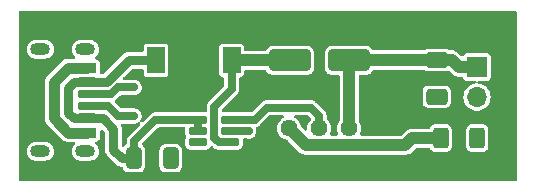
<source format=gbr>
%TF.GenerationSoftware,KiCad,Pcbnew,8.0.8*%
%TF.CreationDate,2025-02-14T22:47:41+08:00*%
%TF.ProjectId,5V24VBoostUp(USBC),35563234-5642-46f6-9f73-745570285553,rev?*%
%TF.SameCoordinates,Original*%
%TF.FileFunction,Copper,L1,Top*%
%TF.FilePolarity,Positive*%
%FSLAX46Y46*%
G04 Gerber Fmt 4.6, Leading zero omitted, Abs format (unit mm)*
G04 Created by KiCad (PCBNEW 8.0.8) date 2025-02-14 22:47:41*
%MOMM*%
%LPD*%
G01*
G04 APERTURE LIST*
G04 Aperture macros list*
%AMRoundRect*
0 Rectangle with rounded corners*
0 $1 Rounding radius*
0 $2 $3 $4 $5 $6 $7 $8 $9 X,Y pos of 4 corners*
0 Add a 4 corners polygon primitive as box body*
4,1,4,$2,$3,$4,$5,$6,$7,$8,$9,$2,$3,0*
0 Add four circle primitives for the rounded corners*
1,1,$1+$1,$2,$3*
1,1,$1+$1,$4,$5*
1,1,$1+$1,$6,$7*
1,1,$1+$1,$8,$9*
0 Add four rect primitives between the rounded corners*
20,1,$1+$1,$2,$3,$4,$5,0*
20,1,$1+$1,$4,$5,$6,$7,0*
20,1,$1+$1,$6,$7,$8,$9,0*
20,1,$1+$1,$8,$9,$2,$3,0*%
G04 Aperture macros list end*
%TA.AperFunction,SMDPad,CuDef*%
%ADD10RoundRect,0.250000X-0.412500X-0.650000X0.412500X-0.650000X0.412500X0.650000X-0.412500X0.650000X0*%
%TD*%
%TA.AperFunction,SMDPad,CuDef*%
%ADD11RoundRect,0.250000X1.500000X0.650000X-1.500000X0.650000X-1.500000X-0.650000X1.500000X-0.650000X0*%
%TD*%
%TA.AperFunction,SMDPad,CuDef*%
%ADD12RoundRect,0.175000X-0.625000X0.175000X-0.625000X-0.175000X0.625000X-0.175000X0.625000X0.175000X0*%
%TD*%
%TA.AperFunction,SMDPad,CuDef*%
%ADD13RoundRect,0.200000X-0.600000X0.200000X-0.600000X-0.200000X0.600000X-0.200000X0.600000X0.200000X0*%
%TD*%
%TA.AperFunction,SMDPad,CuDef*%
%ADD14RoundRect,0.225000X-0.575000X0.225000X-0.575000X-0.225000X0.575000X-0.225000X0.575000X0.225000X0*%
%TD*%
%TA.AperFunction,HeatsinkPad*%
%ADD15O,1.700000X1.000000*%
%TD*%
%TA.AperFunction,ComponentPad*%
%ADD16R,1.700000X1.700000*%
%TD*%
%TA.AperFunction,ComponentPad*%
%ADD17O,1.700000X1.700000*%
%TD*%
%TA.AperFunction,SMDPad,CuDef*%
%ADD18RoundRect,0.162500X0.617500X0.162500X-0.617500X0.162500X-0.617500X-0.162500X0.617500X-0.162500X0*%
%TD*%
%TA.AperFunction,SMDPad,CuDef*%
%ADD19R,1.500000X2.200000*%
%TD*%
%TA.AperFunction,SMDPad,CuDef*%
%ADD20RoundRect,0.250000X0.400000X0.625000X-0.400000X0.625000X-0.400000X-0.625000X0.400000X-0.625000X0*%
%TD*%
%TA.AperFunction,SMDPad,CuDef*%
%ADD21RoundRect,0.250000X-0.650000X0.412500X-0.650000X-0.412500X0.650000X-0.412500X0.650000X0.412500X0*%
%TD*%
%TA.AperFunction,ComponentPad*%
%ADD22C,1.440000*%
%TD*%
%TA.AperFunction,ViaPad*%
%ADD23C,0.600000*%
%TD*%
%TA.AperFunction,Conductor*%
%ADD24C,0.800000*%
%TD*%
%TA.AperFunction,Conductor*%
%ADD25C,0.650000*%
%TD*%
%TA.AperFunction,Conductor*%
%ADD26C,0.900000*%
%TD*%
%TA.AperFunction,Conductor*%
%ADD27C,1.016000*%
%TD*%
%TA.AperFunction,Conductor*%
%ADD28C,0.700000*%
%TD*%
G04 APERTURE END LIST*
D10*
%TO.P,C1,1*%
%TO.N,Net-(U1-EN)*%
X142125300Y-88747600D03*
%TO.P,C1,2*%
%TO.N,GND*%
X145250300Y-88747600D03*
%TD*%
D11*
%TO.P,D1,1,K*%
%TO.N,Net-(D1-K)*%
X160335600Y-80467200D03*
%TO.P,D1,2,A*%
%TO.N,Net-(D1-A)*%
X155335600Y-80467200D03*
%TD*%
D12*
%TO.P,J3,A5,CC1*%
%TO.N,Net-(J3-CC1)*%
X138191600Y-83345400D03*
D13*
%TO.P,J3,A9,VBUS*%
%TO.N,Net-(U1-EN)*%
X138191600Y-85365400D03*
D14*
%TO.P,J3,A12,GND*%
%TO.N,GND*%
X138191600Y-86595400D03*
D12*
%TO.P,J3,B5,CC2*%
%TO.N,Net-(J3-CC2)*%
X138191600Y-84345400D03*
D13*
%TO.P,J3,B9,VBUS*%
%TO.N,Net-(U1-EN)*%
X138191600Y-82325400D03*
D14*
%TO.P,J3,B12,GND*%
%TO.N,GND*%
X138191600Y-81095400D03*
D15*
%TO.P,J3,S1,SHIELD*%
X138011600Y-79525400D03*
X134211600Y-79525400D03*
X138011600Y-88165400D03*
X134211600Y-88165400D03*
%TD*%
D16*
%TO.P,J2,1,Pin_1*%
%TO.N,Net-(D1-K)*%
X171170600Y-81026000D03*
D17*
%TO.P,J2,2,Pin_2*%
%TO.N,GND*%
X171170600Y-83566000D03*
%TD*%
D18*
%TO.P,U1,1,SW*%
%TO.N,Net-(D1-A)*%
X150266400Y-87396400D03*
%TO.P,U1,2,GND*%
%TO.N,GND*%
X150266400Y-86446400D03*
%TO.P,U1,3,FB*%
%TO.N,Net-(U1-FB)*%
X150266400Y-85496400D03*
%TO.P,U1,4,EN*%
%TO.N,Net-(U1-EN)*%
X147566400Y-85496400D03*
%TO.P,U1,5,IN*%
X147566400Y-86446400D03*
%TO.P,U1,6,NC*%
%TO.N,unconnected-(U1-NC-Pad6)*%
X147566400Y-87396400D03*
%TD*%
D19*
%TO.P,L1,1,1*%
%TO.N,Net-(U1-EN)*%
X143993000Y-80467200D03*
%TO.P,L1,2,2*%
%TO.N,Net-(D1-A)*%
X150393000Y-80467200D03*
%TD*%
D20*
%TO.P,R2,1*%
%TO.N,GND*%
X171196600Y-87045800D03*
%TO.P,R2,2*%
%TO.N,Net-(R2-Pad2)*%
X168096600Y-87045800D03*
%TD*%
D21*
%TO.P,C3,1*%
%TO.N,Net-(D1-K)*%
X167767000Y-80428700D03*
%TO.P,C3,2*%
%TO.N,GND*%
X167767000Y-83553700D03*
%TD*%
D22*
%TO.P,RV1,1,1*%
%TO.N,Net-(D1-K)*%
X160350200Y-86207600D03*
%TO.P,RV1,2,2*%
%TO.N,Net-(U1-FB)*%
X157810200Y-86207600D03*
%TO.P,RV1,3,3*%
%TO.N,Net-(R2-Pad2)*%
X155270200Y-86207600D03*
%TD*%
D23*
%TO.N,GND*%
X167741600Y-83566000D03*
X171196600Y-87045800D03*
X145250300Y-88747600D03*
X151866600Y-86461600D03*
X138191600Y-81095400D03*
X138191600Y-86595400D03*
%TO.N,Net-(J3-CC1)*%
X142138400Y-82753200D03*
%TO.N,Net-(J3-CC2)*%
X142138400Y-85166200D03*
%TD*%
D24*
%TO.N,Net-(U1-EN)*%
X139825697Y-82325400D02*
X141683897Y-80467200D01*
X140385800Y-86233000D02*
X140385800Y-88011000D01*
D25*
X142125300Y-87312900D02*
X142125300Y-88747600D01*
D24*
X139518200Y-85365400D02*
X140385800Y-86233000D01*
X136550400Y-82804000D02*
X137029000Y-82325400D01*
X137029000Y-82325400D02*
X138191600Y-82325400D01*
X138191600Y-82325400D02*
X139825697Y-82325400D01*
D25*
X143941800Y-85496400D02*
X142125300Y-87312900D01*
D24*
X141122400Y-88747600D02*
X142125300Y-88747600D01*
X136550400Y-84886800D02*
X136550400Y-82804000D01*
X141683897Y-80467200D02*
X143993000Y-80467200D01*
D25*
X147566400Y-85496400D02*
X143941800Y-85496400D01*
D24*
X138191600Y-85365400D02*
X137029000Y-85365400D01*
D25*
X147566400Y-86446400D02*
X147566400Y-85496400D01*
D24*
X138191600Y-85365400D02*
X139518200Y-85365400D01*
X140385800Y-88011000D02*
X141122400Y-88747600D01*
X137029000Y-85365400D02*
X136550400Y-84886800D01*
D26*
%TO.N,GND*%
X135331200Y-85369400D02*
X136557200Y-86595400D01*
D25*
X151851400Y-86446400D02*
X151866600Y-86461600D01*
X150266400Y-86446400D02*
X151851400Y-86446400D01*
D26*
X135331200Y-82270600D02*
X135331200Y-85369400D01*
X136506400Y-81095400D02*
X135331200Y-82270600D01*
X136557200Y-86595400D02*
X138191600Y-86595400D01*
X138191600Y-81095400D02*
X136506400Y-81095400D01*
D27*
%TO.N,Net-(D1-K)*%
X169049300Y-80428700D02*
X167767000Y-80428700D01*
X160350200Y-86207600D02*
X160350200Y-80481800D01*
X169646600Y-81026000D02*
X169049300Y-80428700D01*
X171170600Y-81026000D02*
X169646600Y-81026000D01*
X160350200Y-80481800D02*
X160335600Y-80467200D01*
X160374100Y-80428700D02*
X160335600Y-80467200D01*
X167767000Y-80428700D02*
X160374100Y-80428700D01*
D25*
%TO.N,Net-(U1-FB)*%
X153390600Y-84455000D02*
X157099000Y-84455000D01*
X157810200Y-85166200D02*
X157810200Y-86207600D01*
X150266400Y-85496400D02*
X152349200Y-85496400D01*
X152349200Y-85496400D02*
X153390600Y-84455000D01*
X157099000Y-84455000D02*
X157810200Y-85166200D01*
%TO.N,Net-(D1-A)*%
X150393000Y-82906000D02*
X150393000Y-80467200D01*
X149321600Y-87396400D02*
X148920200Y-86995000D01*
X150266400Y-87396400D02*
X149321600Y-87396400D01*
D27*
X155335600Y-80467200D02*
X150393000Y-80467200D01*
D25*
X148920200Y-86995000D02*
X148920200Y-84378800D01*
X148920200Y-84378800D02*
X150393000Y-82906000D01*
D28*
%TO.N,Net-(J3-CC1)*%
X140741400Y-82753200D02*
X142138400Y-82753200D01*
X138191600Y-83345400D02*
X140149200Y-83345400D01*
X140149200Y-83345400D02*
X140741400Y-82753200D01*
%TO.N,Net-(J3-CC2)*%
X138191600Y-84345400D02*
X139971400Y-84345400D01*
X140792200Y-85166200D02*
X142138400Y-85166200D01*
X139971400Y-84345400D02*
X140792200Y-85166200D01*
D27*
%TO.N,Net-(R2-Pad2)*%
X165119800Y-87635600D02*
X156698200Y-87635600D01*
X168096600Y-87045800D02*
X165709600Y-87045800D01*
X165709600Y-87045800D02*
X165119800Y-87635600D01*
X156698200Y-87635600D02*
X155270200Y-86207600D01*
%TD*%
%TA.AperFunction,NonConductor*%
G36*
X174473939Y-76262985D02*
G01*
X174519694Y-76315789D01*
X174530900Y-76367300D01*
X174530900Y-90586900D01*
X174511215Y-90653939D01*
X174458411Y-90699694D01*
X174406900Y-90710900D01*
X132501300Y-90710900D01*
X132434261Y-90691215D01*
X132388506Y-90638411D01*
X132377300Y-90586900D01*
X132377300Y-88086553D01*
X133061100Y-88086553D01*
X133061100Y-88244246D01*
X133091861Y-88398889D01*
X133091864Y-88398901D01*
X133152202Y-88544572D01*
X133152209Y-88544585D01*
X133239810Y-88675688D01*
X133239813Y-88675692D01*
X133351307Y-88787186D01*
X133351311Y-88787189D01*
X133482414Y-88874790D01*
X133482427Y-88874797D01*
X133628098Y-88935135D01*
X133628103Y-88935137D01*
X133782753Y-88965899D01*
X133782756Y-88965900D01*
X133782758Y-88965900D01*
X134640444Y-88965900D01*
X134640445Y-88965899D01*
X134795097Y-88935137D01*
X134940779Y-88874794D01*
X135071889Y-88787189D01*
X135183389Y-88675689D01*
X135270994Y-88544579D01*
X135331337Y-88398897D01*
X135362100Y-88244242D01*
X135362100Y-88086558D01*
X135362100Y-88086555D01*
X135362099Y-88086553D01*
X135355723Y-88054498D01*
X135331337Y-87931903D01*
X135313976Y-87889989D01*
X135270997Y-87786227D01*
X135270990Y-87786214D01*
X135183389Y-87655111D01*
X135183386Y-87655107D01*
X135071892Y-87543613D01*
X135071888Y-87543610D01*
X134940785Y-87456009D01*
X134940772Y-87456002D01*
X134795101Y-87395664D01*
X134795089Y-87395661D01*
X134640445Y-87364900D01*
X134640442Y-87364900D01*
X133782758Y-87364900D01*
X133782755Y-87364900D01*
X133628110Y-87395661D01*
X133628098Y-87395664D01*
X133482427Y-87456002D01*
X133482414Y-87456009D01*
X133351311Y-87543610D01*
X133351307Y-87543613D01*
X133239813Y-87655107D01*
X133239810Y-87655111D01*
X133152209Y-87786214D01*
X133152202Y-87786227D01*
X133091864Y-87931898D01*
X133091861Y-87931910D01*
X133061100Y-88086553D01*
X132377300Y-88086553D01*
X132377300Y-85443320D01*
X134580699Y-85443320D01*
X134609540Y-85588307D01*
X134609543Y-85588317D01*
X134666113Y-85724890D01*
X134666118Y-85724899D01*
X134677990Y-85742666D01*
X134677992Y-85742668D01*
X134748248Y-85847816D01*
X136078784Y-87178352D01*
X136104416Y-87195478D01*
X136132055Y-87213946D01*
X136132057Y-87213947D01*
X136132060Y-87213949D01*
X136201705Y-87260484D01*
X136201706Y-87260484D01*
X136201707Y-87260485D01*
X136338282Y-87317056D01*
X136338287Y-87317058D01*
X136338291Y-87317058D01*
X136338292Y-87317059D01*
X136483279Y-87345900D01*
X137049659Y-87345900D01*
X137116698Y-87365585D01*
X137162453Y-87418389D01*
X137172397Y-87487547D01*
X137143372Y-87551103D01*
X137137340Y-87557581D01*
X137039813Y-87655107D01*
X137039810Y-87655111D01*
X136952209Y-87786214D01*
X136952202Y-87786227D01*
X136891864Y-87931898D01*
X136891861Y-87931910D01*
X136861100Y-88086553D01*
X136861100Y-88244246D01*
X136891861Y-88398889D01*
X136891864Y-88398901D01*
X136952202Y-88544572D01*
X136952209Y-88544585D01*
X137039810Y-88675688D01*
X137039813Y-88675692D01*
X137151307Y-88787186D01*
X137151311Y-88787189D01*
X137282414Y-88874790D01*
X137282427Y-88874797D01*
X137428098Y-88935135D01*
X137428103Y-88935137D01*
X137582753Y-88965899D01*
X137582756Y-88965900D01*
X137582758Y-88965900D01*
X138440444Y-88965900D01*
X138440445Y-88965899D01*
X138595097Y-88935137D01*
X138740779Y-88874794D01*
X138871889Y-88787189D01*
X138983389Y-88675689D01*
X139070994Y-88544579D01*
X139131337Y-88398897D01*
X139162100Y-88244242D01*
X139162100Y-88086558D01*
X139162100Y-88086555D01*
X139162099Y-88086553D01*
X139155723Y-88054498D01*
X139131337Y-87931903D01*
X139113976Y-87889989D01*
X139070997Y-87786227D01*
X139070990Y-87786214D01*
X138983389Y-87655111D01*
X138983386Y-87655107D01*
X138871892Y-87543613D01*
X138870477Y-87542452D01*
X138869934Y-87541655D01*
X138867582Y-87539303D01*
X138868027Y-87538857D01*
X138831140Y-87484708D01*
X138829266Y-87414864D01*
X138865450Y-87355093D01*
X138903643Y-87331242D01*
X139026575Y-87282764D01*
X139141678Y-87195478D01*
X139228964Y-87080375D01*
X139281959Y-86945990D01*
X139292100Y-86861544D01*
X139292100Y-86429319D01*
X139311785Y-86362280D01*
X139364589Y-86316525D01*
X139433747Y-86306581D01*
X139497303Y-86335606D01*
X139503781Y-86341638D01*
X139648981Y-86486838D01*
X139682466Y-86548161D01*
X139685300Y-86574519D01*
X139685300Y-87942006D01*
X139685300Y-88079994D01*
X139685300Y-88079996D01*
X139685299Y-88079996D01*
X139712218Y-88215322D01*
X139712221Y-88215332D01*
X139765022Y-88342807D01*
X139841687Y-88457545D01*
X140675854Y-89291712D01*
X140790592Y-89368377D01*
X140918067Y-89421178D01*
X140918072Y-89421180D01*
X140918076Y-89421180D01*
X140918077Y-89421181D01*
X141053403Y-89448100D01*
X141053406Y-89448100D01*
X141053407Y-89448100D01*
X141056561Y-89448100D01*
X141058154Y-89448567D01*
X141059466Y-89448697D01*
X141059441Y-89448945D01*
X141123600Y-89467785D01*
X141169355Y-89520589D01*
X141171915Y-89526610D01*
X141228437Y-89669939D01*
X141228438Y-89669941D01*
X141319877Y-89790522D01*
X141440456Y-89881960D01*
X141440457Y-89881960D01*
X141440458Y-89881961D01*
X141581236Y-89937477D01*
X141669698Y-89948100D01*
X141669703Y-89948100D01*
X142580897Y-89948100D01*
X142580902Y-89948100D01*
X142669364Y-89937477D01*
X142810142Y-89881961D01*
X142930722Y-89790522D01*
X143022161Y-89669942D01*
X143077677Y-89529164D01*
X143088300Y-89440702D01*
X143088300Y-88054498D01*
X144287300Y-88054498D01*
X144287300Y-89440702D01*
X144292926Y-89487554D01*
X144297922Y-89529161D01*
X144353439Y-89669943D01*
X144444877Y-89790522D01*
X144565456Y-89881960D01*
X144565457Y-89881960D01*
X144565458Y-89881961D01*
X144706236Y-89937477D01*
X144794698Y-89948100D01*
X144794703Y-89948100D01*
X145705897Y-89948100D01*
X145705902Y-89948100D01*
X145794364Y-89937477D01*
X145935142Y-89881961D01*
X146055722Y-89790522D01*
X146147161Y-89669942D01*
X146202677Y-89529164D01*
X146213300Y-89440702D01*
X146213300Y-88054498D01*
X146202677Y-87966036D01*
X146147161Y-87825258D01*
X146147160Y-87825257D01*
X146147160Y-87825256D01*
X146055722Y-87704677D01*
X145935143Y-87613239D01*
X145794361Y-87557722D01*
X145748726Y-87552242D01*
X145705902Y-87547100D01*
X144794698Y-87547100D01*
X144755653Y-87551788D01*
X144706238Y-87557722D01*
X144565456Y-87613239D01*
X144444877Y-87704677D01*
X144353439Y-87825256D01*
X144297922Y-87966038D01*
X144297102Y-87972869D01*
X144287300Y-88054498D01*
X143088300Y-88054498D01*
X143077677Y-87966036D01*
X143022161Y-87825258D01*
X143022160Y-87825257D01*
X143022160Y-87825256D01*
X142930722Y-87704677D01*
X142866246Y-87655784D01*
X142824723Y-87599592D01*
X142820171Y-87529870D01*
X142853488Y-87469301D01*
X144164571Y-86158219D01*
X144225894Y-86124734D01*
X144252252Y-86121900D01*
X146361900Y-86121900D01*
X146428939Y-86141585D01*
X146474694Y-86194389D01*
X146485900Y-86245900D01*
X146485900Y-86664676D01*
X146488832Y-86695948D01*
X146494817Y-86713051D01*
X146533733Y-86824266D01*
X146534932Y-86827691D01*
X146534932Y-86827692D01*
X146549749Y-86847768D01*
X146573719Y-86913397D01*
X146558403Y-86981567D01*
X146549749Y-86995032D01*
X146534932Y-87015107D01*
X146534932Y-87015108D01*
X146488832Y-87146851D01*
X146485900Y-87178123D01*
X146485900Y-87614676D01*
X146488832Y-87645949D01*
X146488832Y-87645951D01*
X146534929Y-87777685D01*
X146534934Y-87777694D01*
X146617810Y-87889988D01*
X146617811Y-87889989D01*
X146730105Y-87972865D01*
X146730107Y-87972866D01*
X146730111Y-87972869D01*
X146730114Y-87972870D01*
X146861849Y-88018967D01*
X146893124Y-88021900D01*
X146893128Y-88021900D01*
X148239676Y-88021900D01*
X148270949Y-88018967D01*
X148270951Y-88018967D01*
X148354799Y-87989626D01*
X148402689Y-87972869D01*
X148514989Y-87889989D01*
X148562762Y-87825258D01*
X148603388Y-87770212D01*
X148605535Y-87771796D01*
X148644281Y-87731963D01*
X148712342Y-87716167D01*
X148778138Y-87739675D01*
X148792890Y-87752281D01*
X148835741Y-87795132D01*
X148835742Y-87795133D01*
X148892921Y-87852312D01*
X148922868Y-87882259D01*
X149025307Y-87950707D01*
X149025313Y-87950710D01*
X149025314Y-87950711D01*
X149139148Y-87997863D01*
X149199571Y-88009881D01*
X149259993Y-88021900D01*
X150939676Y-88021900D01*
X150970949Y-88018967D01*
X150970951Y-88018967D01*
X151054799Y-87989626D01*
X151102689Y-87972869D01*
X151214989Y-87889989D01*
X151297869Y-87777689D01*
X151317760Y-87720843D01*
X151343967Y-87645951D01*
X151343967Y-87645949D01*
X151346900Y-87614676D01*
X151346900Y-87195900D01*
X151366585Y-87128861D01*
X151419389Y-87083106D01*
X151470900Y-87071900D01*
X151716365Y-87071900D01*
X151740555Y-87074282D01*
X151804991Y-87087099D01*
X151804992Y-87087100D01*
X151804993Y-87087100D01*
X151928208Y-87087100D01*
X151928209Y-87087099D01*
X152049051Y-87063063D01*
X152162885Y-87015912D01*
X152265333Y-86947457D01*
X152352457Y-86860333D01*
X152420912Y-86757885D01*
X152468063Y-86644051D01*
X152492100Y-86523207D01*
X152492100Y-86399993D01*
X152468063Y-86279149D01*
X152460733Y-86261454D01*
X152453265Y-86191987D01*
X152484539Y-86129507D01*
X152527840Y-86099442D01*
X152531652Y-86097863D01*
X152564992Y-86084052D01*
X152645486Y-86050712D01*
X152716483Y-86003272D01*
X152747933Y-85982258D01*
X152835058Y-85895133D01*
X152835059Y-85895131D01*
X152842125Y-85888065D01*
X152842127Y-85888061D01*
X153613371Y-85116819D01*
X153674694Y-85083334D01*
X153701052Y-85080500D01*
X154718976Y-85080500D01*
X154786015Y-85100185D01*
X154831770Y-85152989D01*
X154841714Y-85222147D01*
X154812689Y-85285703D01*
X154777429Y-85313858D01*
X154700498Y-85354977D01*
X154700495Y-85354979D01*
X154545105Y-85482505D01*
X154417581Y-85637893D01*
X154322819Y-85815182D01*
X154264465Y-86007548D01*
X154244762Y-86207600D01*
X154264465Y-86407651D01*
X154271038Y-86429319D01*
X154322819Y-86600018D01*
X154405450Y-86754611D01*
X154417581Y-86777306D01*
X154545105Y-86932694D01*
X154647362Y-87016614D01*
X154700497Y-87060221D01*
X154877782Y-87154981D01*
X155070147Y-87213334D01*
X155095200Y-87215801D01*
X155159988Y-87241960D01*
X155170731Y-87251523D01*
X156182807Y-88263600D01*
X156182810Y-88263603D01*
X156301348Y-88342807D01*
X156315232Y-88352084D01*
X156343961Y-88363983D01*
X156388802Y-88382557D01*
X156462369Y-88413030D01*
X156618565Y-88444099D01*
X156618569Y-88444100D01*
X156618570Y-88444100D01*
X165199431Y-88444100D01*
X165199432Y-88444099D01*
X165355631Y-88413030D01*
X165429199Y-88382556D01*
X165502768Y-88352084D01*
X165635189Y-88263603D01*
X166008173Y-87890619D01*
X166069496Y-87857134D01*
X166095854Y-87854300D01*
X167092810Y-87854300D01*
X167159849Y-87873985D01*
X167205604Y-87926789D01*
X167208165Y-87932811D01*
X167212239Y-87943142D01*
X167303677Y-88063722D01*
X167424256Y-88155160D01*
X167424257Y-88155160D01*
X167424258Y-88155161D01*
X167565036Y-88210677D01*
X167653498Y-88221300D01*
X167653503Y-88221300D01*
X168539697Y-88221300D01*
X168539702Y-88221300D01*
X168628164Y-88210677D01*
X168768942Y-88155161D01*
X168889522Y-88063722D01*
X168980961Y-87943142D01*
X169036477Y-87802364D01*
X169047100Y-87713902D01*
X169047100Y-86377698D01*
X170246100Y-86377698D01*
X170246100Y-87713902D01*
X170246934Y-87720843D01*
X170256722Y-87802361D01*
X170256722Y-87802363D01*
X170256723Y-87802364D01*
X170265751Y-87825258D01*
X170312239Y-87943143D01*
X170403677Y-88063722D01*
X170524256Y-88155160D01*
X170524257Y-88155160D01*
X170524258Y-88155161D01*
X170665036Y-88210677D01*
X170753498Y-88221300D01*
X170753503Y-88221300D01*
X171639697Y-88221300D01*
X171639702Y-88221300D01*
X171728164Y-88210677D01*
X171868942Y-88155161D01*
X171989522Y-88063722D01*
X172080961Y-87943142D01*
X172136477Y-87802364D01*
X172147100Y-87713902D01*
X172147100Y-86377698D01*
X172136477Y-86289236D01*
X172080961Y-86148458D01*
X172080960Y-86148457D01*
X172080960Y-86148456D01*
X171989522Y-86027877D01*
X171868943Y-85936439D01*
X171753532Y-85890927D01*
X171728164Y-85880923D01*
X171728163Y-85880922D01*
X171728161Y-85880922D01*
X171682526Y-85875442D01*
X171639702Y-85870300D01*
X170753498Y-85870300D01*
X170714453Y-85874988D01*
X170665038Y-85880922D01*
X170524256Y-85936439D01*
X170403677Y-86027877D01*
X170312239Y-86148456D01*
X170256722Y-86289238D01*
X170251155Y-86335606D01*
X170246100Y-86377698D01*
X169047100Y-86377698D01*
X169036477Y-86289236D01*
X168980961Y-86148458D01*
X168980960Y-86148457D01*
X168980960Y-86148456D01*
X168889522Y-86027877D01*
X168768943Y-85936439D01*
X168653532Y-85890927D01*
X168628164Y-85880923D01*
X168628163Y-85880922D01*
X168628161Y-85880922D01*
X168582526Y-85875442D01*
X168539702Y-85870300D01*
X167653498Y-85870300D01*
X167614453Y-85874988D01*
X167565038Y-85880922D01*
X167424256Y-85936439D01*
X167303677Y-86027877D01*
X167212239Y-86148457D01*
X167208165Y-86158789D01*
X167165260Y-86213933D01*
X167099352Y-86237127D01*
X167092810Y-86237300D01*
X165629965Y-86237300D01*
X165473776Y-86268367D01*
X165473776Y-86268368D01*
X165473773Y-86268369D01*
X165473769Y-86268370D01*
X165400200Y-86298843D01*
X165400198Y-86298843D01*
X165326634Y-86329314D01*
X165326625Y-86329319D01*
X165194211Y-86417796D01*
X165194207Y-86417799D01*
X164821227Y-86790781D01*
X164759904Y-86824266D01*
X164733546Y-86827100D01*
X161383085Y-86827100D01*
X161316046Y-86807415D01*
X161270291Y-86754611D01*
X161260347Y-86685453D01*
X161273726Y-86644648D01*
X161274187Y-86643784D01*
X161297581Y-86600018D01*
X161355934Y-86407653D01*
X161375638Y-86207600D01*
X161355934Y-86007547D01*
X161297581Y-85815182D01*
X161202821Y-85637897D01*
X161186845Y-85618430D01*
X161159533Y-85554119D01*
X161158700Y-85539767D01*
X161158700Y-83098098D01*
X166566500Y-83098098D01*
X166566500Y-84009302D01*
X166568023Y-84021981D01*
X166577122Y-84097761D01*
X166577122Y-84097763D01*
X166577123Y-84097764D01*
X166594722Y-84142392D01*
X166632639Y-84238543D01*
X166724077Y-84359122D01*
X166844656Y-84450560D01*
X166844657Y-84450560D01*
X166844658Y-84450561D01*
X166985436Y-84506077D01*
X167073898Y-84516700D01*
X167073903Y-84516700D01*
X168460097Y-84516700D01*
X168460102Y-84516700D01*
X168548564Y-84506077D01*
X168689342Y-84450561D01*
X168809922Y-84359122D01*
X168901361Y-84238542D01*
X168956877Y-84097764D01*
X168967500Y-84009302D01*
X168967500Y-83098098D01*
X168956877Y-83009636D01*
X168901361Y-82868858D01*
X168901360Y-82868857D01*
X168901360Y-82868856D01*
X168809922Y-82748277D01*
X168689343Y-82656839D01*
X168548561Y-82601322D01*
X168500465Y-82595547D01*
X168460102Y-82590700D01*
X167073898Y-82590700D01*
X167034853Y-82595388D01*
X166985438Y-82601322D01*
X166844656Y-82656839D01*
X166724077Y-82748277D01*
X166632639Y-82868856D01*
X166577122Y-83009638D01*
X166571188Y-83059053D01*
X166566500Y-83098098D01*
X161158700Y-83098098D01*
X161158700Y-81791700D01*
X161178385Y-81724661D01*
X161231189Y-81678906D01*
X161282700Y-81667700D01*
X161878697Y-81667700D01*
X161878702Y-81667700D01*
X161967164Y-81657077D01*
X162107942Y-81601561D01*
X162228522Y-81510122D01*
X162319961Y-81389542D01*
X162333894Y-81354210D01*
X162349078Y-81315709D01*
X162391984Y-81260566D01*
X162457892Y-81237373D01*
X162464432Y-81237200D01*
X166686438Y-81237200D01*
X166753477Y-81256885D01*
X166761364Y-81262397D01*
X166844656Y-81325560D01*
X166844657Y-81325560D01*
X166844658Y-81325561D01*
X166985436Y-81381077D01*
X167073898Y-81391700D01*
X167073903Y-81391700D01*
X168460097Y-81391700D01*
X168460102Y-81391700D01*
X168548564Y-81381077D01*
X168671338Y-81332661D01*
X168695028Y-81323319D01*
X168764614Y-81317037D01*
X168826551Y-81349374D01*
X168828199Y-81350992D01*
X169131210Y-81654003D01*
X169236958Y-81724661D01*
X169263632Y-81742484D01*
X169324882Y-81767854D01*
X169410769Y-81803430D01*
X169566965Y-81834499D01*
X169566969Y-81834500D01*
X169566970Y-81834500D01*
X169899634Y-81834500D01*
X169966673Y-81854185D01*
X170012428Y-81906989D01*
X170022808Y-81944210D01*
X170023014Y-81945989D01*
X170023015Y-81945991D01*
X170068393Y-82048764D01*
X170068394Y-82048765D01*
X170147835Y-82128206D01*
X170250609Y-82173585D01*
X170275735Y-82176500D01*
X171004358Y-82176499D01*
X171071395Y-82196183D01*
X171117150Y-82248987D01*
X171127094Y-82318146D01*
X171098069Y-82381702D01*
X171039291Y-82419476D01*
X171027142Y-82422388D01*
X170970716Y-82432935D01*
X170854402Y-82454679D01*
X170854400Y-82454679D01*
X170854398Y-82454680D01*
X170655582Y-82531701D01*
X170655580Y-82531702D01*
X170474299Y-82643947D01*
X170316727Y-82787593D01*
X170188232Y-82957746D01*
X170093196Y-83148605D01*
X170093196Y-83148607D01*
X170034844Y-83353689D01*
X170032527Y-83378700D01*
X170015171Y-83566000D01*
X170034844Y-83778310D01*
X170089140Y-83969139D01*
X170093196Y-83983392D01*
X170093196Y-83983394D01*
X170188232Y-84174253D01*
X170316727Y-84344406D01*
X170316728Y-84344407D01*
X170474298Y-84488052D01*
X170655581Y-84600298D01*
X170854402Y-84677321D01*
X171063990Y-84716500D01*
X171063992Y-84716500D01*
X171277208Y-84716500D01*
X171277210Y-84716500D01*
X171486798Y-84677321D01*
X171685619Y-84600298D01*
X171866902Y-84488052D01*
X172024472Y-84344407D01*
X172152966Y-84174255D01*
X172211715Y-84056270D01*
X172248003Y-83983394D01*
X172248003Y-83983393D01*
X172248005Y-83983389D01*
X172306356Y-83778310D01*
X172326029Y-83566000D01*
X172306356Y-83353690D01*
X172248005Y-83148611D01*
X172248003Y-83148606D01*
X172248003Y-83148605D01*
X172152967Y-82957746D01*
X172024472Y-82787593D01*
X171981346Y-82748278D01*
X171866902Y-82643948D01*
X171685619Y-82531702D01*
X171685617Y-82531701D01*
X171586208Y-82493190D01*
X171486798Y-82454679D01*
X171314056Y-82422387D01*
X171251776Y-82390719D01*
X171216503Y-82330407D01*
X171219437Y-82260599D01*
X171259646Y-82203459D01*
X171324364Y-82177128D01*
X171336833Y-82176499D01*
X172065464Y-82176499D01*
X172065479Y-82176497D01*
X172065482Y-82176497D01*
X172090587Y-82173586D01*
X172090588Y-82173585D01*
X172090591Y-82173585D01*
X172193365Y-82128206D01*
X172272806Y-82048765D01*
X172318185Y-81945991D01*
X172321100Y-81920865D01*
X172321099Y-80131136D01*
X172321097Y-80131117D01*
X172318186Y-80106012D01*
X172318185Y-80106010D01*
X172318185Y-80106009D01*
X172272806Y-80003235D01*
X172193365Y-79923794D01*
X172149847Y-79904579D01*
X172090592Y-79878415D01*
X172065465Y-79875500D01*
X170275743Y-79875500D01*
X170275717Y-79875502D01*
X170250612Y-79878413D01*
X170250608Y-79878415D01*
X170147835Y-79923793D01*
X170068394Y-80003234D01*
X170049263Y-80046562D01*
X170004176Y-80099938D01*
X169937390Y-80120465D01*
X169870108Y-80101626D01*
X169848148Y-80084156D01*
X169564692Y-79800699D01*
X169564688Y-79800696D01*
X169432271Y-79712217D01*
X169432268Y-79712216D01*
X169338316Y-79673300D01*
X169285131Y-79651270D01*
X169285123Y-79651268D01*
X169128934Y-79620200D01*
X169128930Y-79620200D01*
X168847562Y-79620200D01*
X168780523Y-79600515D01*
X168772636Y-79595003D01*
X168689343Y-79531839D01*
X168548561Y-79476322D01*
X168502926Y-79470842D01*
X168460102Y-79465700D01*
X167073898Y-79465700D01*
X167034853Y-79470388D01*
X166985438Y-79476322D01*
X166844656Y-79531839D01*
X166761364Y-79595003D01*
X166696052Y-79619827D01*
X166686438Y-79620200D01*
X162434066Y-79620200D01*
X162367027Y-79600515D01*
X162324848Y-79551838D01*
X162324117Y-79552250D01*
X162322106Y-79548673D01*
X162321272Y-79547711D01*
X162320363Y-79545574D01*
X162319959Y-79544855D01*
X162228522Y-79424277D01*
X162107943Y-79332839D01*
X161967161Y-79277322D01*
X161921526Y-79271842D01*
X161878702Y-79266700D01*
X158792498Y-79266700D01*
X158753453Y-79271388D01*
X158704038Y-79277322D01*
X158563256Y-79332839D01*
X158442677Y-79424277D01*
X158351239Y-79544856D01*
X158295722Y-79685638D01*
X158292531Y-79712216D01*
X158285100Y-79774098D01*
X158285100Y-81160302D01*
X158290350Y-81204019D01*
X158295722Y-81248761D01*
X158351239Y-81389543D01*
X158442677Y-81510122D01*
X158563256Y-81601560D01*
X158563257Y-81601560D01*
X158563258Y-81601561D01*
X158704036Y-81657077D01*
X158792498Y-81667700D01*
X159417700Y-81667700D01*
X159484739Y-81687385D01*
X159530494Y-81740189D01*
X159541700Y-81791700D01*
X159541700Y-85539767D01*
X159522015Y-85606806D01*
X159513555Y-85618430D01*
X159497579Y-85637896D01*
X159402819Y-85815182D01*
X159344465Y-86007548D01*
X159324762Y-86207600D01*
X159344465Y-86407651D01*
X159351038Y-86429319D01*
X159402819Y-86600018D01*
X159402820Y-86600019D01*
X159426674Y-86644648D01*
X159440915Y-86713051D01*
X159415914Y-86778294D01*
X159359609Y-86819664D01*
X159317315Y-86827100D01*
X158843085Y-86827100D01*
X158776046Y-86807415D01*
X158730291Y-86754611D01*
X158720347Y-86685453D01*
X158733726Y-86644648D01*
X158734187Y-86643784D01*
X158757581Y-86600018D01*
X158815934Y-86407653D01*
X158835638Y-86207600D01*
X158815934Y-86007547D01*
X158757581Y-85815182D01*
X158662821Y-85637897D01*
X158637305Y-85606806D01*
X158535298Y-85482510D01*
X158535295Y-85482508D01*
X158535294Y-85482506D01*
X158501398Y-85454687D01*
X158481033Y-85437974D01*
X158441700Y-85380227D01*
X158435700Y-85342122D01*
X158435700Y-85233941D01*
X158435701Y-85233920D01*
X158435701Y-85104591D01*
X158411664Y-84983753D01*
X158411662Y-84983746D01*
X158408643Y-84976458D01*
X158408641Y-84976453D01*
X158385229Y-84919931D01*
X158374875Y-84894935D01*
X158364512Y-84869915D01*
X158296058Y-84767467D01*
X158296055Y-84767463D01*
X157591928Y-84063338D01*
X157591925Y-84063334D01*
X157591925Y-84063335D01*
X157584859Y-84056269D01*
X157584858Y-84056267D01*
X157497733Y-83969142D01*
X157497729Y-83969139D01*
X157497728Y-83969138D01*
X157440248Y-83930731D01*
X157440246Y-83930730D01*
X157395286Y-83900688D01*
X157395287Y-83900688D01*
X157395285Y-83900687D01*
X157355039Y-83884017D01*
X157314792Y-83867347D01*
X157281452Y-83853537D01*
X157281448Y-83853536D01*
X157281444Y-83853535D01*
X157214012Y-83840122D01*
X157214011Y-83840122D01*
X157160611Y-83829500D01*
X157160607Y-83829500D01*
X157160606Y-83829500D01*
X153452207Y-83829500D01*
X153328993Y-83829500D01*
X153275587Y-83840123D01*
X153275586Y-83840122D01*
X153208154Y-83853535D01*
X153208145Y-83853537D01*
X153188143Y-83861823D01*
X153174807Y-83867347D01*
X153094318Y-83900685D01*
X153094314Y-83900687D01*
X153080427Y-83909967D01*
X153049353Y-83930730D01*
X153049352Y-83930731D01*
X152991871Y-83969138D01*
X152991869Y-83969139D01*
X152965115Y-83995894D01*
X152904742Y-84056267D01*
X152904739Y-84056270D01*
X152510449Y-84450561D01*
X152126429Y-84834581D01*
X152065106Y-84868066D01*
X152038748Y-84870900D01*
X149669700Y-84870900D01*
X149602661Y-84851215D01*
X149556906Y-84798411D01*
X149545700Y-84746900D01*
X149545700Y-84689251D01*
X149565385Y-84622212D01*
X149582014Y-84601575D01*
X150791729Y-83391860D01*
X150791733Y-83391858D01*
X150878858Y-83304733D01*
X150909767Y-83258473D01*
X150930254Y-83227813D01*
X150930256Y-83227810D01*
X150947310Y-83202288D01*
X150947310Y-83202287D01*
X150947312Y-83202285D01*
X150994463Y-83088451D01*
X151010140Y-83009638D01*
X151012261Y-82998978D01*
X151014605Y-82987186D01*
X151018500Y-82967606D01*
X151018500Y-81991699D01*
X151038185Y-81924660D01*
X151090989Y-81878905D01*
X151142500Y-81867699D01*
X151187856Y-81867699D01*
X151187864Y-81867699D01*
X151187879Y-81867697D01*
X151187882Y-81867697D01*
X151212987Y-81864786D01*
X151212988Y-81864785D01*
X151212991Y-81864785D01*
X151315765Y-81819406D01*
X151395206Y-81739965D01*
X151440585Y-81637191D01*
X151443500Y-81612065D01*
X151443500Y-81399700D01*
X151463185Y-81332661D01*
X151515989Y-81286906D01*
X151567500Y-81275700D01*
X153221951Y-81275700D01*
X153288990Y-81295385D01*
X153334745Y-81348189D01*
X153337305Y-81354210D01*
X153351237Y-81389539D01*
X153351238Y-81389541D01*
X153442677Y-81510122D01*
X153563256Y-81601560D01*
X153563257Y-81601560D01*
X153563258Y-81601561D01*
X153704036Y-81657077D01*
X153792498Y-81667700D01*
X153792503Y-81667700D01*
X156878697Y-81667700D01*
X156878702Y-81667700D01*
X156967164Y-81657077D01*
X157107942Y-81601561D01*
X157228522Y-81510122D01*
X157319961Y-81389542D01*
X157375477Y-81248764D01*
X157386100Y-81160302D01*
X157386100Y-79774098D01*
X157375477Y-79685636D01*
X157319961Y-79544858D01*
X157319960Y-79544857D01*
X157319960Y-79544856D01*
X157228522Y-79424277D01*
X157107943Y-79332839D01*
X156967161Y-79277322D01*
X156921526Y-79271842D01*
X156878702Y-79266700D01*
X153792498Y-79266700D01*
X153753453Y-79271388D01*
X153704038Y-79277322D01*
X153563256Y-79332839D01*
X153442677Y-79424277D01*
X153351238Y-79544858D01*
X153351237Y-79544860D01*
X153337305Y-79580190D01*
X153294400Y-79635334D01*
X153228492Y-79658527D01*
X153221951Y-79658700D01*
X151567499Y-79658700D01*
X151500460Y-79639015D01*
X151454705Y-79586211D01*
X151443499Y-79534700D01*
X151443499Y-79322343D01*
X151443499Y-79322336D01*
X151443497Y-79322317D01*
X151440586Y-79297212D01*
X151440585Y-79297210D01*
X151440585Y-79297209D01*
X151395206Y-79194435D01*
X151315765Y-79114994D01*
X151315763Y-79114993D01*
X151212992Y-79069615D01*
X151187865Y-79066700D01*
X149598143Y-79066700D01*
X149598117Y-79066702D01*
X149573012Y-79069613D01*
X149573008Y-79069615D01*
X149470235Y-79114993D01*
X149390794Y-79194434D01*
X149345415Y-79297206D01*
X149345415Y-79297208D01*
X149342500Y-79322331D01*
X149342500Y-81612056D01*
X149342502Y-81612082D01*
X149345413Y-81637187D01*
X149345415Y-81637191D01*
X149390793Y-81739964D01*
X149390794Y-81739965D01*
X149470235Y-81819406D01*
X149573009Y-81864785D01*
X149598135Y-81867700D01*
X149643499Y-81867699D01*
X149710537Y-81887382D01*
X149756293Y-81940185D01*
X149767500Y-81991699D01*
X149767500Y-82595547D01*
X149747815Y-82662586D01*
X149731181Y-82683228D01*
X148434341Y-83980067D01*
X148434338Y-83980071D01*
X148423767Y-83995894D01*
X148423763Y-83995900D01*
X148365888Y-84082514D01*
X148365886Y-84082517D01*
X148348324Y-84124914D01*
X148348325Y-84124915D01*
X148318737Y-84196349D01*
X148318735Y-84196356D01*
X148294700Y-84317189D01*
X148294700Y-84746900D01*
X148275015Y-84813939D01*
X148222211Y-84859694D01*
X148170700Y-84870900D01*
X143880193Y-84870900D01*
X143865447Y-84873833D01*
X143865446Y-84873832D01*
X143759354Y-84894935D01*
X143759341Y-84894939D01*
X143727062Y-84908309D01*
X143712197Y-84914467D01*
X143645519Y-84942085D01*
X143645515Y-84942088D01*
X143625003Y-84955794D01*
X143543068Y-85010540D01*
X143499505Y-85054103D01*
X143455942Y-85097667D01*
X143455939Y-85097670D01*
X142871292Y-85682316D01*
X142809969Y-85715801D01*
X142740277Y-85710817D01*
X142684344Y-85668945D01*
X142659927Y-85603481D01*
X142674779Y-85535208D01*
X142680510Y-85525743D01*
X142714860Y-85474335D01*
X142714861Y-85474332D01*
X142714865Y-85474327D01*
X142763901Y-85355944D01*
X142782012Y-85264896D01*
X142788900Y-85230271D01*
X142788900Y-85102128D01*
X142763902Y-84976461D01*
X142763900Y-84976453D01*
X142714866Y-84858075D01*
X142714861Y-84858066D01*
X142643676Y-84751531D01*
X142643673Y-84751527D01*
X142553072Y-84660926D01*
X142553068Y-84660923D01*
X142446533Y-84589738D01*
X142446524Y-84589733D01*
X142328144Y-84540699D01*
X142328138Y-84540697D01*
X142202471Y-84515700D01*
X142202469Y-84515700D01*
X141113008Y-84515700D01*
X141045969Y-84496015D01*
X141025327Y-84479381D01*
X140567927Y-84021981D01*
X140534442Y-83960658D01*
X140539426Y-83890966D01*
X140567927Y-83846619D01*
X140974527Y-83440019D01*
X141035850Y-83406534D01*
X141062208Y-83403700D01*
X142202471Y-83403700D01*
X142287015Y-83386882D01*
X142328144Y-83378701D01*
X142446527Y-83329665D01*
X142553069Y-83258476D01*
X142643676Y-83167869D01*
X142714865Y-83061327D01*
X142763901Y-82942944D01*
X142778638Y-82868858D01*
X142788900Y-82817271D01*
X142788900Y-82689128D01*
X142763902Y-82563461D01*
X142763901Y-82563460D01*
X142763901Y-82563456D01*
X142714865Y-82445073D01*
X142714864Y-82445072D01*
X142714861Y-82445066D01*
X142643676Y-82338531D01*
X142643673Y-82338527D01*
X142553072Y-82247926D01*
X142553068Y-82247923D01*
X142446533Y-82176738D01*
X142446524Y-82176733D01*
X142328144Y-82127699D01*
X142328138Y-82127697D01*
X142202471Y-82102700D01*
X142202469Y-82102700D01*
X141338416Y-82102700D01*
X141271377Y-82083015D01*
X141225622Y-82030211D01*
X141215678Y-81961053D01*
X141244703Y-81897497D01*
X141250735Y-81891019D01*
X141937735Y-81204019D01*
X141999058Y-81170534D01*
X142025416Y-81167700D01*
X142818501Y-81167700D01*
X142885540Y-81187385D01*
X142931295Y-81240189D01*
X142942501Y-81291700D01*
X142942501Y-81612056D01*
X142942502Y-81612082D01*
X142945413Y-81637187D01*
X142945415Y-81637191D01*
X142990793Y-81739964D01*
X142990794Y-81739965D01*
X143070235Y-81819406D01*
X143173009Y-81864785D01*
X143198135Y-81867700D01*
X144787864Y-81867699D01*
X144787879Y-81867697D01*
X144787882Y-81867697D01*
X144812987Y-81864786D01*
X144812988Y-81864785D01*
X144812991Y-81864785D01*
X144915765Y-81819406D01*
X144995206Y-81739965D01*
X145040585Y-81637191D01*
X145043500Y-81612065D01*
X145043499Y-79322336D01*
X145043497Y-79322317D01*
X145040586Y-79297212D01*
X145040585Y-79297210D01*
X145040585Y-79297209D01*
X144995206Y-79194435D01*
X144915765Y-79114994D01*
X144915763Y-79114993D01*
X144812992Y-79069615D01*
X144787865Y-79066700D01*
X143198143Y-79066700D01*
X143198117Y-79066702D01*
X143173012Y-79069613D01*
X143173008Y-79069615D01*
X143070235Y-79114993D01*
X142990794Y-79194434D01*
X142945415Y-79297206D01*
X142945415Y-79297208D01*
X142942500Y-79322331D01*
X142942500Y-79642700D01*
X142922815Y-79709739D01*
X142870011Y-79755494D01*
X142818500Y-79766700D01*
X141614901Y-79766700D01*
X141479574Y-79793618D01*
X141479564Y-79793621D01*
X141352089Y-79846422D01*
X141237351Y-79923087D01*
X141237350Y-79923088D01*
X139571859Y-81588581D01*
X139510536Y-81622066D01*
X139484178Y-81624900D01*
X139393599Y-81624900D01*
X139326560Y-81605215D01*
X139280805Y-81552411D01*
X139270861Y-81483253D01*
X139278244Y-81455412D01*
X139280068Y-81450783D01*
X139281959Y-81445990D01*
X139292100Y-81361544D01*
X139292100Y-80829256D01*
X139281959Y-80744810D01*
X139228964Y-80610425D01*
X139228963Y-80610424D01*
X139228963Y-80610423D01*
X139141678Y-80495321D01*
X139026573Y-80408034D01*
X138903647Y-80359558D01*
X138848503Y-80316652D01*
X138825310Y-80250744D01*
X138841431Y-80182760D01*
X138867711Y-80151626D01*
X138867582Y-80151497D01*
X138869110Y-80149968D01*
X138870486Y-80148339D01*
X138871876Y-80147197D01*
X138871889Y-80147189D01*
X138983389Y-80035689D01*
X139070994Y-79904579D01*
X139131337Y-79758897D01*
X139162100Y-79604242D01*
X139162100Y-79446558D01*
X139162100Y-79446555D01*
X139162099Y-79446553D01*
X139157668Y-79424277D01*
X139131337Y-79291903D01*
X139125298Y-79277323D01*
X139070997Y-79146227D01*
X139070990Y-79146214D01*
X138983389Y-79015111D01*
X138983386Y-79015107D01*
X138871892Y-78903613D01*
X138871888Y-78903610D01*
X138740785Y-78816009D01*
X138740772Y-78816002D01*
X138595101Y-78755664D01*
X138595089Y-78755661D01*
X138440445Y-78724900D01*
X138440442Y-78724900D01*
X137582758Y-78724900D01*
X137582755Y-78724900D01*
X137428110Y-78755661D01*
X137428098Y-78755664D01*
X137282427Y-78816002D01*
X137282414Y-78816009D01*
X137151311Y-78903610D01*
X137151307Y-78903613D01*
X137039813Y-79015107D01*
X137039810Y-79015111D01*
X136952209Y-79146214D01*
X136952202Y-79146227D01*
X136891864Y-79291898D01*
X136891861Y-79291910D01*
X136861100Y-79446553D01*
X136861100Y-79604246D01*
X136891861Y-79758889D01*
X136891864Y-79758901D01*
X136952202Y-79904572D01*
X136952209Y-79904585D01*
X137039810Y-80035688D01*
X137039813Y-80035692D01*
X137137340Y-80133219D01*
X137170825Y-80194542D01*
X137165841Y-80264234D01*
X137123969Y-80320167D01*
X137058505Y-80344584D01*
X137049659Y-80344900D01*
X136432480Y-80344900D01*
X136287492Y-80373740D01*
X136287486Y-80373742D01*
X136150908Y-80430314D01*
X136150896Y-80430321D01*
X136101669Y-80463213D01*
X136027988Y-80512444D01*
X136027980Y-80512450D01*
X134748249Y-81792181D01*
X134719973Y-81834499D01*
X134719974Y-81834500D01*
X134666114Y-81915108D01*
X134609543Y-82051682D01*
X134609540Y-82051692D01*
X134580700Y-82196679D01*
X134580700Y-82196682D01*
X134580700Y-85443318D01*
X134580700Y-85443320D01*
X134580699Y-85443320D01*
X132377300Y-85443320D01*
X132377300Y-79446553D01*
X133061100Y-79446553D01*
X133061100Y-79604246D01*
X133091861Y-79758889D01*
X133091864Y-79758901D01*
X133152202Y-79904572D01*
X133152209Y-79904585D01*
X133239810Y-80035688D01*
X133239813Y-80035692D01*
X133351307Y-80147186D01*
X133351311Y-80147189D01*
X133482414Y-80234790D01*
X133482427Y-80234797D01*
X133628098Y-80295135D01*
X133628103Y-80295137D01*
X133782753Y-80325899D01*
X133782756Y-80325900D01*
X133782758Y-80325900D01*
X134640444Y-80325900D01*
X134640445Y-80325899D01*
X134795097Y-80295137D01*
X134940779Y-80234794D01*
X135071889Y-80147189D01*
X135183389Y-80035689D01*
X135270994Y-79904579D01*
X135331337Y-79758897D01*
X135362100Y-79604242D01*
X135362100Y-79446558D01*
X135362100Y-79446555D01*
X135362099Y-79446553D01*
X135357668Y-79424277D01*
X135331337Y-79291903D01*
X135325298Y-79277323D01*
X135270997Y-79146227D01*
X135270990Y-79146214D01*
X135183389Y-79015111D01*
X135183386Y-79015107D01*
X135071892Y-78903613D01*
X135071888Y-78903610D01*
X134940785Y-78816009D01*
X134940772Y-78816002D01*
X134795101Y-78755664D01*
X134795089Y-78755661D01*
X134640445Y-78724900D01*
X134640442Y-78724900D01*
X133782758Y-78724900D01*
X133782755Y-78724900D01*
X133628110Y-78755661D01*
X133628098Y-78755664D01*
X133482427Y-78816002D01*
X133482414Y-78816009D01*
X133351311Y-78903610D01*
X133351307Y-78903613D01*
X133239813Y-79015107D01*
X133239810Y-79015111D01*
X133152209Y-79146214D01*
X133152202Y-79146227D01*
X133091864Y-79291898D01*
X133091861Y-79291910D01*
X133061100Y-79446553D01*
X132377300Y-79446553D01*
X132377300Y-76367300D01*
X132396985Y-76300261D01*
X132449789Y-76254506D01*
X132501300Y-76243300D01*
X174406900Y-76243300D01*
X174473939Y-76262985D01*
G37*
%TD.AperFunction*%
%TA.AperFunction,NonConductor*%
G36*
X156855587Y-85100185D02*
G01*
X156876229Y-85116819D01*
X157076318Y-85316909D01*
X157109803Y-85378232D01*
X157104819Y-85447924D01*
X157084490Y-85483255D01*
X156957581Y-85637893D01*
X156862819Y-85815182D01*
X156804465Y-86007548D01*
X156784762Y-86207600D01*
X156791344Y-86274434D01*
X156778325Y-86343080D01*
X156730259Y-86393790D01*
X156662408Y-86410464D01*
X156596314Y-86387807D01*
X156580260Y-86374268D01*
X156314123Y-86108131D01*
X156280638Y-86046808D01*
X156278401Y-86032600D01*
X156275934Y-86007550D01*
X156275934Y-86007547D01*
X156217581Y-85815182D01*
X156122821Y-85637897D01*
X156097305Y-85606806D01*
X155995294Y-85482505D01*
X155839904Y-85354979D01*
X155839901Y-85354977D01*
X155762971Y-85313858D01*
X155713127Y-85264896D01*
X155697666Y-85196759D01*
X155721497Y-85131079D01*
X155777055Y-85088710D01*
X155821424Y-85080500D01*
X156788548Y-85080500D01*
X156855587Y-85100185D01*
G37*
%TD.AperFunction*%
%TA.AperFunction,NonConductor*%
G36*
X142632001Y-85705915D02*
G01*
X142678691Y-85757893D01*
X142689868Y-85826863D01*
X142661983Y-85890927D01*
X142654516Y-85899092D01*
X142179341Y-86374268D01*
X141726570Y-86827039D01*
X141726567Y-86827042D01*
X141693276Y-86860333D01*
X141639442Y-86914166D01*
X141614901Y-86950895D01*
X141614900Y-86950894D01*
X141570989Y-87016612D01*
X141570985Y-87016619D01*
X141547295Y-87073815D01*
X141547295Y-87073816D01*
X141523838Y-87130445D01*
X141523835Y-87130455D01*
X141499800Y-87251289D01*
X141499800Y-87507336D01*
X141480115Y-87574375D01*
X141446014Y-87606529D01*
X141447216Y-87608114D01*
X141319877Y-87704677D01*
X141309104Y-87718885D01*
X141252911Y-87760409D01*
X141183190Y-87764960D01*
X141122076Y-87731095D01*
X141088972Y-87669565D01*
X141086300Y-87643960D01*
X141086300Y-86164005D01*
X141083538Y-86150123D01*
X141083537Y-86150120D01*
X141083536Y-86150114D01*
X141059380Y-86028672D01*
X141042595Y-85988151D01*
X141035127Y-85918684D01*
X141066402Y-85856205D01*
X141126490Y-85820552D01*
X141157157Y-85816700D01*
X142202471Y-85816700D01*
X142287015Y-85799882D01*
X142328144Y-85791701D01*
X142446527Y-85742665D01*
X142446532Y-85742661D01*
X142446535Y-85742660D01*
X142497943Y-85708310D01*
X142564620Y-85687431D01*
X142632001Y-85705915D01*
G37*
%TD.AperFunction*%
M02*

</source>
